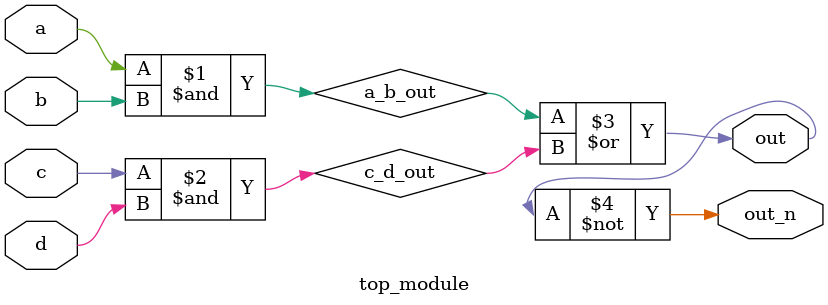
<source format=v>
`default_nettype none
module top_module(
    input a,
    input b,
    input c,
    input d,
    output out,
    output out_n   ); 
    
    wire a_b_out, c_d_out;
    
    assign a_b_out = a & b;
    assign c_d_out = c & d;
    
    assign out = a_b_out | c_d_out;
    assign out_n = ~out;

endmodule


</source>
